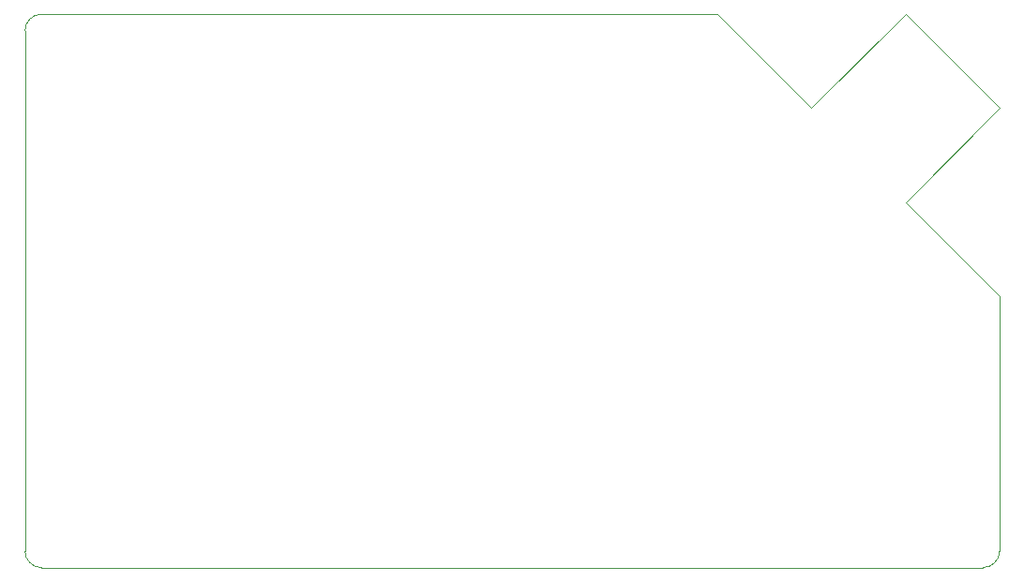
<source format=gbr>
%TF.GenerationSoftware,KiCad,Pcbnew,(7.0.0)*%
%TF.CreationDate,2023-08-22T20:57:46+01:00*%
%TF.ProjectId,elecsoc_card,656c6563-736f-4635-9f63-6172642e6b69,rev?*%
%TF.SameCoordinates,Original*%
%TF.FileFunction,Profile,NP*%
%FSLAX46Y46*%
G04 Gerber Fmt 4.6, Leading zero omitted, Abs format (unit mm)*
G04 Created by KiCad (PCBNEW (7.0.0)) date 2023-08-22 20:57:46*
%MOMM*%
%LPD*%
G01*
G04 APERTURE LIST*
%TA.AperFunction,Profile*%
%ADD10C,0.100000*%
%TD*%
G04 APERTURE END LIST*
D10*
X179500000Y-67000000D02*
X188000000Y-75500000D01*
X101500000Y-50000000D02*
G75*
G03*
X100000000Y-51500000I0J-1500000D01*
G01*
X188000000Y-58500000D02*
X179500000Y-67000000D01*
X186500000Y-100000000D02*
G75*
G03*
X188000000Y-98500000I0J1500000D01*
G01*
X100000000Y-98500000D02*
G75*
G03*
X101500000Y-100000000I1500000J0D01*
G01*
X101500000Y-50000000D02*
X162500000Y-50000000D01*
X171000000Y-58500000D02*
X179500000Y-50000000D01*
X162500000Y-50000000D02*
X171000000Y-58500000D01*
X179500000Y-50000000D02*
X188000000Y-58500000D01*
X188000000Y-75500000D02*
X188000000Y-98500000D01*
X186500000Y-100000000D02*
X101500000Y-100000000D01*
X100000000Y-98500000D02*
X100000000Y-51500000D01*
M02*

</source>
